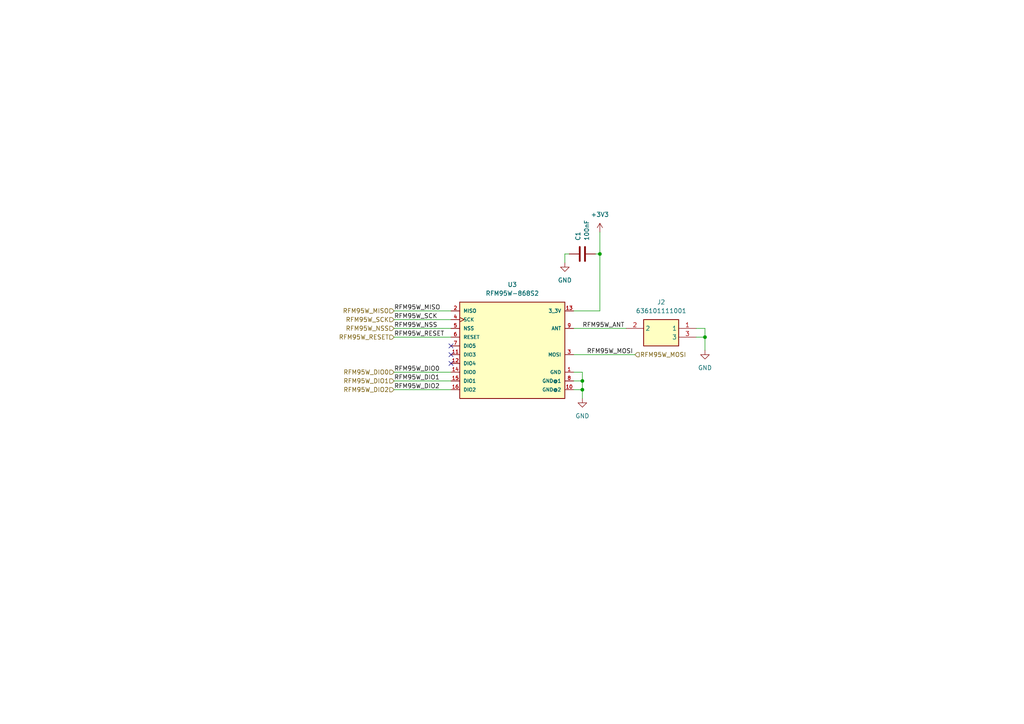
<source format=kicad_sch>
(kicad_sch (version 20230121) (generator eeschema)
  (paper "A4")
  (lib_symbols
    (symbol "636101111001:636101111001"
      (property "Reference" "J" (at 16.51 7.62 0))
      (property "Value" "636101111001" (at 16.51 5.08 0))
      (symbol "636101111001_1_1"
        (rectangle (start 5.08 2.54) (end 15.24 -5.08) (stroke (width 0.254)) (fill (type background)))
        (pin passive line (at 20.32 0 180) (length 5.08) (name "1") (number "1"))
        (pin passive line (at 0 0 0) (length 5.08) (name "2") (number "2"))
        (pin passive line (at 20.32 -2.54 180) (length 5.08) (name "3") (number "3"))
      )
    )
    (symbol "Device:C" (pin_numbers hide) (pin_names (offset 0.254))
      (property "Reference" "C" (at 0.635 2.54 0))
      (property "Value" "C" (at 0.635 -2.54 0))
      (symbol "C_0_1"
        (polyline (pts (xy -2.032 -0.762) (xy 2.032 -0.762)) (stroke (width 0.508)))
        (polyline (pts (xy -2.032 0.762) (xy 2.032 0.762)) (stroke (width 0.508)))
      )
      (symbol "C_1_1"
        (pin passive line (at 0 3.81 270) (length 2.794) (name "~") (number "1"))
        (pin passive line (at 0 -3.81 90) (length 2.794) (name "~") (number "2"))
      )
    )
    (symbol "RFM95W-868S2:RFM95W-868S2" (pin_names (offset 1.016))
      (property "Reference" "U" (at -15.2629 13.9909 0))
      (property "Value" "RFM95W-868S2" (at -15.2729 -17.8184 0))
      (symbol "RFM95W-868S2_0_0"
        (rectangle (start -15.24 -15.24) (end 15.24 12.7) (stroke (width 0.254)) (fill (type background)))
        (pin power_in line (at 17.78 -7.62 180) (length 2.54) (name "GND") (number "1"))
        (pin power_in line (at 17.78 -12.7 180) (length 2.54) (name "GND@2") (number "10"))
        (pin bidirectional line (at -17.78 -2.54 0) (length 2.54) (name "DIO3") (number "11"))
        (pin bidirectional line (at -17.78 -5.08 0) (length 2.54) (name "DIO4") (number "12"))
        (pin power_in line (at 17.78 10.16 180) (length 2.54) (name "3_3V") (number "13"))
        (pin bidirectional line (at -17.78 -7.62 0) (length 2.54) (name "DIO0") (number "14"))
        (pin bidirectional line (at -17.78 -10.16 0) (length 2.54) (name "DIO1") (number "15"))
        (pin bidirectional line (at -17.78 -12.7 0) (length 2.54) (name "DIO2") (number "16"))
        (pin input line (at -17.78 10.16 0) (length 2.54) (name "MISO") (number "2"))
        (pin output line (at 17.78 -2.54 180) (length 2.54) (name "MOSI") (number "3"))
        (pin input clock (at -17.78 7.62 0) (length 2.54) (name "SCK") (number "4"))
        (pin input line (at -17.78 5.08 0) (length 2.54) (name "NSS") (number "5"))
        (pin bidirectional line (at -17.78 2.54 0) (length 2.54) (name "RESET") (number "6"))
        (pin bidirectional line (at -17.78 0 0) (length 2.54) (name "DIO5") (number "7"))
        (pin power_in line (at 17.78 -10.16 180) (length 2.54) (name "GND@1") (number "8"))
        (pin passive line (at 17.78 5.08 180) (length 2.54) (name "ANT") (number "9"))
      )
    )
    (symbol "power:+3V3" (power) (pin_names (offset 0))
      (property "Value" "+3V3" (at 0 3.556 0))
      (symbol "+3V3_0_1"
        (polyline (pts (xy -0.762 1.27) (xy 0 2.54)))
        (polyline (pts (xy 0 0) (xy 0 2.54)))
        (polyline (pts (xy 0 2.54) (xy 0.762 1.27)))
      )
      (symbol "+3V3_1_1"
        (pin power_in line (at 0 0 90) (length 0) hide (name "+3V3") (number "1"))
      )
    )
    (symbol "power:GND" (power) (pin_names (offset 0))
      (property "Value" "GND" (at 0 -3.81 0))
      (symbol "GND_0_1"
        (polyline (pts (xy 0 0) (xy 0 -1.27) (xy 1.27 -1.27) (xy 0 -2.54) (xy -1.27 -1.27) (xy 0 -1.27)))
      )
      (symbol "GND_1_1"
        (pin power_in line (at 0 0 270) (length 0) hide (name "GND") (number "1"))
      )
    )
  )
  (junction (at 173.99 73.66))
  (junction (at 168.91 113.03))
  (junction (at 168.91 110.49))
  (junction (at 204.47 97.79))
  (no_connect (at 130.81 105.41))
  (no_connect (at 130.81 102.87))
  (no_connect (at 130.81 100.33))
  (wire (pts (xy 168.91 107.95) (xy 168.91 110.49)))
  (wire (pts (xy 166.37 107.95) (xy 168.91 107.95)))
  (wire (pts (xy 204.47 97.79) (xy 204.47 101.6)))
  (wire (pts (xy 173.99 73.66) (xy 173.99 90.17)))
  (wire (pts (xy 114.3 92.71) (xy 130.81 92.71)))
  (wire (pts (xy 204.47 95.25) (xy 204.47 97.79)))
  (wire (pts (xy 168.91 113.03) (xy 168.91 115.57)))
  (wire (pts (xy 173.99 67.31) (xy 173.99 73.66)))
  (wire (pts (xy 166.37 113.03) (xy 168.91 113.03)))
  (wire (pts (xy 114.3 110.49) (xy 130.81 110.49)))
  (wire (pts (xy 201.93 97.79) (xy 204.47 97.79)))
  (wire (pts (xy 166.37 95.25) (xy 181.61 95.25)))
  (wire (pts (xy 114.3 90.17) (xy 130.81 90.17)))
  (wire (pts (xy 114.3 113.03) (xy 130.81 113.03)))
  (wire (pts (xy 114.3 95.25) (xy 130.81 95.25)))
  (wire (pts (xy 166.37 102.87) (xy 184.15 102.87)))
  (wire (pts (xy 173.99 90.17) (xy 166.37 90.17)))
  (wire (pts (xy 163.83 73.66) (xy 163.83 76.2)))
  (wire (pts (xy 114.3 97.79) (xy 130.81 97.79)))
  (wire (pts (xy 165.1 73.66) (xy 163.83 73.66)))
  (wire (pts (xy 114.3 107.95) (xy 130.81 107.95)))
  (wire (pts (xy 201.93 95.25) (xy 204.47 95.25)))
  (wire (pts (xy 172.72 73.66) (xy 173.99 73.66)))
  (wire (pts (xy 166.37 110.49) (xy 168.91 110.49)))
  (wire (pts (xy 168.91 110.49) (xy 168.91 113.03)))
  (label "RFM95W_DIO2" (at 114.3 113.03 0))
  (label "RFM95W_ANT" (at 168.91 95.25 0))
  (label "RFM95W_MOSI" (at 170.18 102.87 0))
  (label "RFM95W_MISO" (at 114.3 90.17 0))
  (label "RFM95W_NSS" (at 114.3 95.25 0))
  (label "RFM95W_SCK" (at 114.3 92.71 0))
  (label "RFM95W_RESET" (at 114.3 97.79 0))
  (label "RFM95W_DIO0" (at 114.3 107.95 0))
  (label "RFM95W_DIO1" (at 114.3 110.49 0))
  (hierarchical_label "RFM95W_SCK" (shape input) (at 114.3 92.71 180))
  (hierarchical_label "RFM95W_MOSI" (shape input) (at 184.15 102.87 0))
  (hierarchical_label "RFM95W_DIO1" (shape input) (at 114.3 110.49 180))
  (hierarchical_label "RFM95W_RESET" (shape input) (at 114.3 97.79 180))
  (hierarchical_label "RFM95W_NSS" (shape input) (at 114.3 95.25 180))
  (hierarchical_label "RFM95W_DIO0" (shape input) (at 114.3 107.95 180))
  (hierarchical_label "RFM95W_DIO2" (shape input) (at 114.3 113.03 180))
  (hierarchical_label "RFM95W_MISO" (shape input) (at 114.3 90.17 180))
  (symbol (lib_id "power:+3V3") (at 173.99 67.31 0) (unit 1)
    (property "Reference" "#PWR03" (effects hide))
    (property "Value" "+3V3" (at 173.99 62.23 0))
    (instances (project "Soil-moisture-sensor" (path "" (reference "#PWR03") (unit 1)) (path "" (reference "#PWR014") (unit 1))))
  )
  (symbol (lib_id "636101111001:636101111001") (at 181.61 95.25 0) (unit 1)
    (property "Reference" "J2" (at 191.77 87.63 0))
    (property "Value" "636101111001" (at 191.77 90.17 0))
    (property "Footprint" "636101111001" (effects hide))
    (property "Datasheet" "https://www.we-online.com/catalog/datasheet/636101111001.pdf" (effects hide))
    (property "Height" "1.4" (effects hide))
    (property "Manufacturer_Name" "Wurth Elektronik" (effects hide))
    (property "Manufacturer_Part_Number" "636101111001" (effects hide))
    (property "Mouser Part Number" "710-636101111001" (effects hide))
    (property "Mouser Price/Stock" "https://www.mouser.co.uk/ProductDetail/Wurth-Elektronik/636101111001?qs=iLbezkQI%252BsgxRyLAlbHoAw%3D%3D" (effects hide))
  )
  (symbol (lib_id "power:GND") (at 163.83 76.2 0) (unit 1)
    (property "Reference" "#PWR015" (effects hide))
    (property "Value" "GND" (at 163.83 81.28 0))
  )
  (symbol (lib_id "power:GND") (at 204.47 101.6 0) (unit 1)
    (property "Reference" "#PWR016" (effects hide))
    (property "Value" "GND" (at 204.47 106.68 0))
  )
  (symbol (lib_id "power:GND") (at 168.91 115.57 0) (unit 1)
    (property "Reference" "#PWR013" (effects hide))
    (property "Value" "GND" (at 168.91 120.65 0))
  )
  (symbol (lib_id "RFM95W-868S2:RFM95W-868S2") (at 148.59 100.33 0) (unit 1)
    (property "Reference" "U3" (at 148.59 82.55 0))
    (property "Value" "RFM95W-868S2" (at 148.59 85.09 0))
    (property "Footprint" "XCVR_RFM95W-868S2" (effects hide))
    (property "MF" "RF" (effects hide))
    (property "PACKAGE" "SMD-16 Hope Microelectronics" (effects hide))
    (property "PRICE" "8.18 USD" (effects hide))
    (property "MP" "RFM95W-868S2" (effects hide))
    (property "AVAILABILITY" "Warning" (effects hide))
  )
  (symbol (lib_id "Device:C") (at 168.91 73.66 90) (unit 1)
    (property "Reference" "C1" (at 167.64 69.85 0) (effects (justify left)))
    (property "Value" "100nF" (at 170.18 69.85 0) (effects (justify left)))
    (property "Footprint" "Capacitor_SMD:C_0603_1608Metric" (effects hide))
    (property "Manufacturer " "Kemet " (effects hide))
    (property "Manufacturer part number " "CC0603KRX7R7BB104" (effects hide))
    (property "Supplier " "Farnell" (effects hide))
    (property "Supplier part number " "432210" (effects hide))
    (instances (project "Soil-moisture-sensor" (path "" (reference "C1") (unit 1)) (path "" (reference "C5") (unit 1))))
  )
)
</source>
